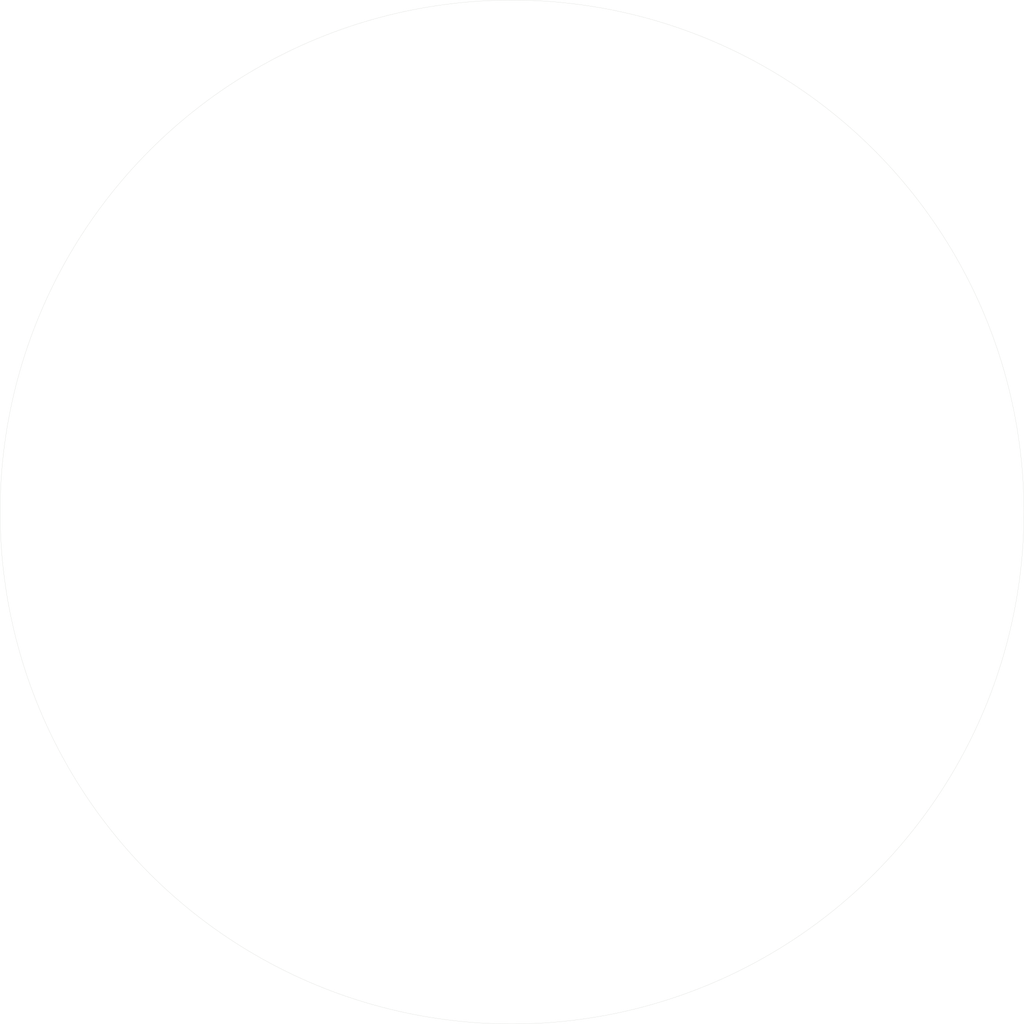
<source format=kicad_pcb>
(kicad_pcb
	(version 20240108)
	(generator "pcbnew")
	(generator_version "8.0")
	(general
		(thickness 1.6)
		(legacy_teardrops no)
	)
	(paper "User" 600 600)
	(layers
		(0 "F.Cu" signal)
		(31 "B.Cu" signal)
		(32 "B.Adhes" user "B.Adhesive")
		(33 "F.Adhes" user "F.Adhesive")
		(34 "B.Paste" user)
		(35 "F.Paste" user)
		(36 "B.SilkS" user "B.Silkscreen")
		(37 "F.SilkS" user "F.Silkscreen")
		(38 "B.Mask" user)
		(39 "F.Mask" user)
		(40 "Dwgs.User" user "User.Drawings")
		(41 "Cmts.User" user "User.Comments")
		(42 "Eco1.User" user "User.Eco1")
		(43 "Eco2.User" user "User.Eco2")
		(44 "Edge.Cuts" user)
		(45 "Margin" user)
		(46 "B.CrtYd" user "B.Courtyard")
		(47 "F.CrtYd" user "F.Courtyard")
		(48 "B.Fab" user)
		(49 "F.Fab" user)
		(50 "User.1" user)
		(51 "User.2" user)
		(52 "User.3" user)
		(53 "User.4" user)
		(54 "User.5" user)
		(55 "User.6" user)
		(56 "User.7" user)
		(57 "User.8" user)
		(58 "User.9" user)
	)
	(setup
		(pad_to_mask_clearance 0)
		(allow_soldermask_bridges_in_footprints no)
		(pcbplotparams
			(layerselection 0x00010fc_ffffffff)
			(plot_on_all_layers_selection 0x0000000_00000000)
			(disableapertmacros no)
			(usegerberextensions no)
			(usegerberattributes yes)
			(usegerberadvancedattributes yes)
			(creategerberjobfile yes)
			(dashed_line_dash_ratio 12.000000)
			(dashed_line_gap_ratio 3.000000)
			(svgprecision 4)
			(plotframeref no)
			(viasonmask no)
			(mode 1)
			(useauxorigin no)
			(hpglpennumber 1)
			(hpglpenspeed 20)
			(hpglpendiameter 15.000000)
			(pdf_front_fp_property_popups yes)
			(pdf_back_fp_property_popups yes)
			(dxfpolygonmode yes)
			(dxfimperialunits yes)
			(dxfusepcbnewfont yes)
			(psnegative no)
			(psa4output no)
			(plotreference yes)
			(plotvalue yes)
			(plotfptext yes)
			(plotinvisibletext no)
			(sketchpadsonfab no)
			(subtractmaskfromsilk no)
			(outputformat 1)
			(mirror no)
			(drillshape 1)
			(scaleselection 1)
			(outputdirectory "")
		)
	)
	(net 0 "")
	(gr_circle
		(center 300 300)
		(end 550 300)
		(stroke
			(width 0.1)
			(type default)
		)
		(fill none)
		(layer "Edge.Cuts")
		(uuid "20e65e0a-27c2-4539-8f69-a626ae19c4f9")
	)
)

</source>
